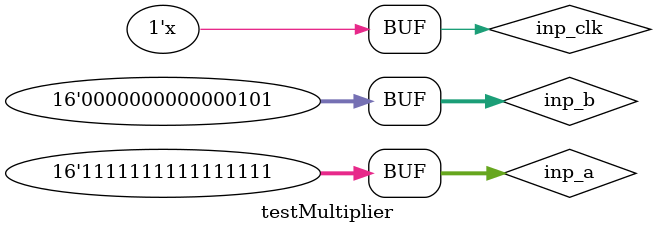
<source format=v>
`timescale 1ns / 1ps


module testMultiplier;

	// Inputs
	reg inp_clk;
	reg [15:0] inp_a;
	reg [15:0] inp_b;

	// Outputs
	wire [31:0] out_result;
	wire out_done;

	// Instantiate the Unit Under Test (UUT)
	multiplier uut (
		.inp_clk(inp_clk), 
		.inp_a(inp_a), 
		.inp_b(inp_b), 
		.out_result(out_result), 
		.out_done(out_done)
	);

	initial begin
		// Initialize Inputs
		inp_clk = 0;
		inp_a = 1;
		inp_b = 21845;

		// Wait 100 ns for global reset to finish
		#200;
		inp_a = 21845;
		inp_b = 1;
      #200;
		inp_a = 10922;
		inp_b = 2;
		// Add stimulus here
		 #200;
		inp_a = 5;
		inp_b =-1;
		#200;
		inp_a = -1;
		inp_b = 5;

	end
	
	always
	begin
	#2
	inp_clk = ~inp_clk;
	end
      
endmodule


</source>
